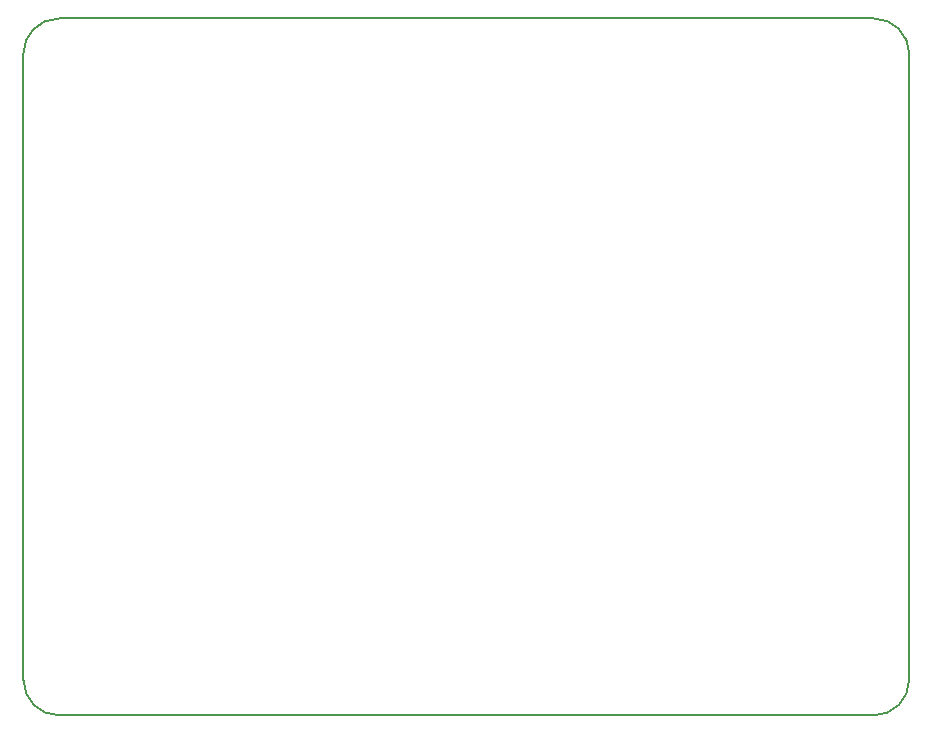
<source format=gbr>
G04 #@! TF.GenerationSoftware,KiCad,Pcbnew,(5.0.0)*
G04 #@! TF.CreationDate,2021-03-23T01:42:42-07:00*
G04 #@! TF.ProjectId,TheVolumeMixerV2,546865566F6C756D654D697865725632,rev?*
G04 #@! TF.SameCoordinates,Original*
G04 #@! TF.FileFunction,Profile,NP*
%FSLAX46Y46*%
G04 Gerber Fmt 4.6, Leading zero omitted, Abs format (unit mm)*
G04 Created by KiCad (PCBNEW (5.0.0)) date 03/23/21 01:42:42*
%MOMM*%
%LPD*%
G01*
G04 APERTURE LIST*
%ADD10C,0.200000*%
G04 APERTURE END LIST*
D10*
X112000000Y-70000000D02*
G75*
G02X115000000Y-67000000I3000000J0D01*
G01*
X184000000Y-67000000D02*
G75*
G02X187000000Y-70000000I0J-3000000D01*
G01*
X187000000Y-123000000D02*
G75*
G02X184000000Y-126000000I-3000000J0D01*
G01*
X115000000Y-126000000D02*
G75*
G02X112000000Y-123000000I0J3000000D01*
G01*
X184000000Y-126000000D02*
X115000000Y-126000000D01*
X187000000Y-70000000D02*
X187000000Y-123000000D01*
X115000000Y-67000000D02*
X184000000Y-67000000D01*
X112000000Y-123000000D02*
X112000000Y-70000000D01*
M02*

</source>
